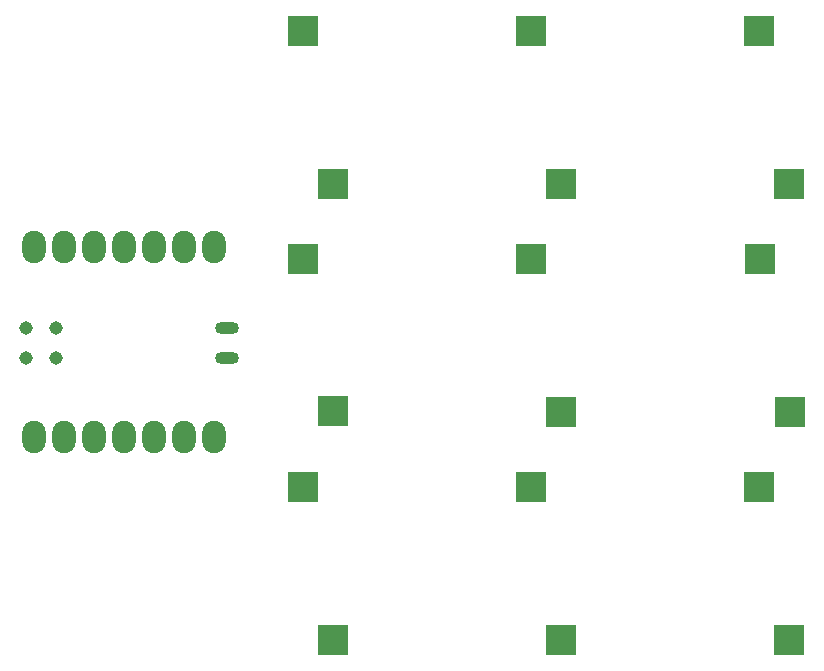
<source format=gbr>
G04 #@! TF.GenerationSoftware,KiCad,Pcbnew,8.0.6*
G04 #@! TF.CreationDate,2025-06-28T13:01:53+01:00*
G04 #@! TF.ProjectId,3x3,3378332e-6b69-4636-9164-5f7063625858,0.1*
G04 #@! TF.SameCoordinates,Original*
G04 #@! TF.FileFunction,Paste,Bot*
G04 #@! TF.FilePolarity,Positive*
%FSLAX46Y46*%
G04 Gerber Fmt 4.6, Leading zero omitted, Abs format (unit mm)*
G04 Created by KiCad (PCBNEW 8.0.6) date 2025-06-28 13:01:53*
%MOMM*%
%LPD*%
G01*
G04 APERTURE LIST*
%ADD10R,2.500000X2.550000*%
%ADD11O,1.998980X2.748280*%
%ADD12O,2.032000X1.016000*%
%ADD13C,1.143000*%
G04 APERTURE END LIST*
D10*
X116840000Y-31496000D03*
X119380000Y-44423000D03*
X136144000Y-70131000D03*
X138684000Y-83058000D03*
X116840000Y-70104000D03*
X119380000Y-83031000D03*
X136144000Y-31496000D03*
X138684000Y-44423000D03*
X97536000Y-70104000D03*
X100076000Y-83031000D03*
X136187066Y-50800000D03*
X138727066Y-63727000D03*
X97492934Y-31496000D03*
X100032934Y-44423000D03*
X97536000Y-50773000D03*
X100076000Y-63700000D03*
X116840000Y-50800000D03*
X119380000Y-63727000D03*
D11*
X74788490Y-49749710D03*
X77328490Y-49749710D03*
X79868490Y-49749710D03*
X82408490Y-49749710D03*
X84948490Y-49749710D03*
X87488490Y-49749710D03*
X90028490Y-49749710D03*
X90028490Y-65914270D03*
X87488490Y-65914270D03*
X84948490Y-65914270D03*
X82408490Y-65914270D03*
X79868490Y-65914270D03*
X77328490Y-65914270D03*
X74788490Y-65914270D03*
D12*
X91106310Y-56616590D03*
X91106310Y-59166590D03*
D13*
X74102123Y-56615393D03*
X74102123Y-59155393D03*
X76642123Y-56615393D03*
X76642123Y-59155393D03*
M02*

</source>
